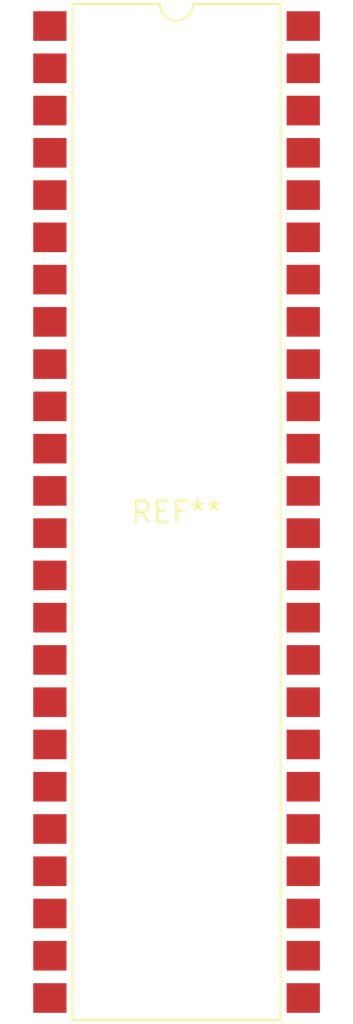
<source format=kicad_pcb>
(kicad_pcb (version 20240108) (generator pcbnew)
  (layers (0 "F.Cu" signal) (31 "B.Cu" signal) (34 "B.Paste" user) (35 "F.Paste" user) (36 "B.SilkS" user "B.Silkscreen") (37 "F.SilkS" user "F.Silkscreen") (38 "B.Mask" user) (39 "F.Mask" user) (44 "Edge.Cuts" user))
  (net 0 "")
  (footprint "SMDIP-48_W15.24mm" (layer "F.Cu") (at 0 0)
    (property "Reference" "REF**")
    (property "Value" "SMDIP-48_W15.24mm")
    (fp_line (start -6.26 -30.54) (end -6.26 30.54) (layer "F.SilkS") (stroke (width 0.12)))
    (fp_line (start -6.26 30.54) (end 6.26 30.54) (layer "F.SilkS") (stroke (width 0.12)))
    (fp_line (start -1 -30.54) (end -6.26 -30.54) (layer "F.SilkS") (stroke (width 0.12)))
    (fp_line (start 6.26 -30.54) (end 1 -30.54) (layer "F.SilkS") (stroke (width 0.12)))
    (fp_line (start 6.26 30.54) (end 6.26 -30.54) (layer "F.SilkS") (stroke (width 0.12)))
    (fp_arc (start 1 -30.54) (mid 0 -29.54) (end -1 -30.54) (layer "F.SilkS") (stroke (width 0.12)))
    (pad "1" smd rect (at -7.62 -29.21) (size 2 1.78) (layers "F.Cu" "F.Paste" "F.Mask"))
    (pad "2" smd rect (at -7.62 -26.67) (size 2 1.78) (layers "F.Cu" "F.Paste" "F.Mask"))
    (pad "3" smd rect (at -7.62 -24.13) (size 2 1.78) (layers "F.Cu" "F.Paste" "F.Mask"))
    (pad "4" smd rect (at -7.62 -21.59) (size 2 1.78) (layers "F.Cu" "F.Paste" "F.Mask"))
    (pad "5" smd rect (at -7.62 -19.05) (size 2 1.78) (layers "F.Cu" "F.Paste" "F.Mask"))
    (pad "6" smd rect (at -7.62 -16.51) (size 2 1.78) (layers "F.Cu" "F.Paste" "F.Mask"))
    (pad "7" smd rect (at -7.62 -13.97) (size 2 1.78) (layers "F.Cu" "F.Paste" "F.Mask"))
    (pad "8" smd rect (at -7.62 -11.43) (size 2 1.78) (layers "F.Cu" "F.Paste" "F.Mask"))
    (pad "9" smd rect (at -7.62 -8.89) (size 2 1.78) (layers "F.Cu" "F.Paste" "F.Mask"))
    (pad "10" smd rect (at -7.62 -6.35) (size 2 1.78) (layers "F.Cu" "F.Paste" "F.Mask"))
    (pad "11" smd rect (at -7.62 -3.81) (size 2 1.78) (layers "F.Cu" "F.Paste" "F.Mask"))
    (pad "12" smd rect (at -7.62 -1.27) (size 2 1.78) (layers "F.Cu" "F.Paste" "F.Mask"))
    (pad "13" smd rect (at -7.62 1.27) (size 2 1.78) (layers "F.Cu" "F.Paste" "F.Mask"))
    (pad "14" smd rect (at -7.62 3.81) (size 2 1.78) (layers "F.Cu" "F.Paste" "F.Mask"))
    (pad "15" smd rect (at -7.62 6.35) (size 2 1.78) (layers "F.Cu" "F.Paste" "F.Mask"))
    (pad "16" smd rect (at -7.62 8.89) (size 2 1.78) (layers "F.Cu" "F.Paste" "F.Mask"))
    (pad "17" smd rect (at -7.62 11.43) (size 2 1.78) (layers "F.Cu" "F.Paste" "F.Mask"))
    (pad "18" smd rect (at -7.62 13.97) (size 2 1.78) (layers "F.Cu" "F.Paste" "F.Mask"))
    (pad "19" smd rect (at -7.62 16.51) (size 2 1.78) (layers "F.Cu" "F.Paste" "F.Mask"))
    (pad "20" smd rect (at -7.62 19.05) (size 2 1.78) (layers "F.Cu" "F.Paste" "F.Mask"))
    (pad "21" smd rect (at -7.62 21.59) (size 2 1.78) (layers "F.Cu" "F.Paste" "F.Mask"))
    (pad "22" smd rect (at -7.62 24.13) (size 2 1.78) (layers "F.Cu" "F.Paste" "F.Mask"))
    (pad "23" smd rect (at -7.62 26.67) (size 2 1.78) (layers "F.Cu" "F.Paste" "F.Mask"))
    (pad "24" smd rect (at -7.62 29.21) (size 2 1.78) (layers "F.Cu" "F.Paste" "F.Mask"))
    (pad "25" smd rect (at 7.62 29.21) (size 2 1.78) (layers "F.Cu" "F.Paste" "F.Mask"))
    (pad "26" smd rect (at 7.62 26.67) (size 2 1.78) (layers "F.Cu" "F.Paste" "F.Mask"))
    (pad "27" smd rect (at 7.62 24.13) (size 2 1.78) (layers "F.Cu" "F.Paste" "F.Mask"))
    (pad "28" smd rect (at 7.62 21.59) (size 2 1.78) (layers "F.Cu" "F.Paste" "F.Mask"))
    (pad "29" smd rect (at 7.62 19.05) (size 2 1.78) (layers "F.Cu" "F.Paste" "F.Mask"))
    (pad "30" smd rect (at 7.62 16.51) (size 2 1.78) (layers "F.Cu" "F.Paste" "F.Mask"))
    (pad "31" smd rect (at 7.62 13.97) (size 2 1.78) (layers "F.Cu" "F.Paste" "F.Mask"))
    (pad "32" smd rect (at 7.62 11.43) (size 2 1.78) (layers "F.Cu" "F.Paste" "F.Mask"))
    (pad "33" smd rect (at 7.62 8.89) (size 2 1.78) (layers "F.Cu" "F.Paste" "F.Mask"))
    (pad "34" smd rect (at 7.62 6.35) (size 2 1.78) (layers "F.Cu" "F.Paste" "F.Mask"))
    (pad "35" smd rect (at 7.62 3.81) (size 2 1.78) (layers "F.Cu" "F.Paste" "F.Mask"))
    (pad "36" smd rect (at 7.62 1.27) (size 2 1.78) (layers "F.Cu" "F.Paste" "F.Mask"))
    (pad "37" smd rect (at 7.62 -1.27) (size 2 1.78) (layers "F.Cu" "F.Paste" "F.Mask"))
    (pad "38" smd rect (at 7.62 -3.81) (size 2 1.78) (layers "F.Cu" "F.Paste" "F.Mask"))
    (pad "39" smd rect (at 7.62 -6.35) (size 2 1.78) (layers "F.Cu" "F.Paste" "F.Mask"))
    (pad "40" smd rect (at 7.62 -8.89) (size 2 1.78) (layers "F.Cu" "F.Paste" "F.Mask"))
    (pad "41" smd rect (at 7.62 -11.43) (size 2 1.78) (layers "F.Cu" "F.Paste" "F.Mask"))
    (pad "42" smd rect (at 7.62 -13.97) (size 2 1.78) (layers "F.Cu" "F.Paste" "F.Mask"))
    (pad "43" smd rect (at 7.62 -16.51) (size 2 1.78) (layers "F.Cu" "F.Paste" "F.Mask"))
    (pad "44" smd rect (at 7.62 -19.05) (size 2 1.78) (layers "F.Cu" "F.Paste" "F.Mask"))
    (pad "45" smd rect (at 7.62 -21.59) (size 2 1.78) (layers "F.Cu" "F.Paste" "F.Mask"))
    (pad "46" smd rect (at 7.62 -24.13) (size 2 1.78) (layers "F.Cu" "F.Paste" "F.Mask"))
    (pad "47" smd rect (at 7.62 -26.67) (size 2 1.78) (layers "F.Cu" "F.Paste" "F.Mask"))
    (pad "48" smd rect (at 7.62 -29.21) (size 2 1.78) (layers "F.Cu" "F.Paste" "F.Mask"))
  )
)
</source>
